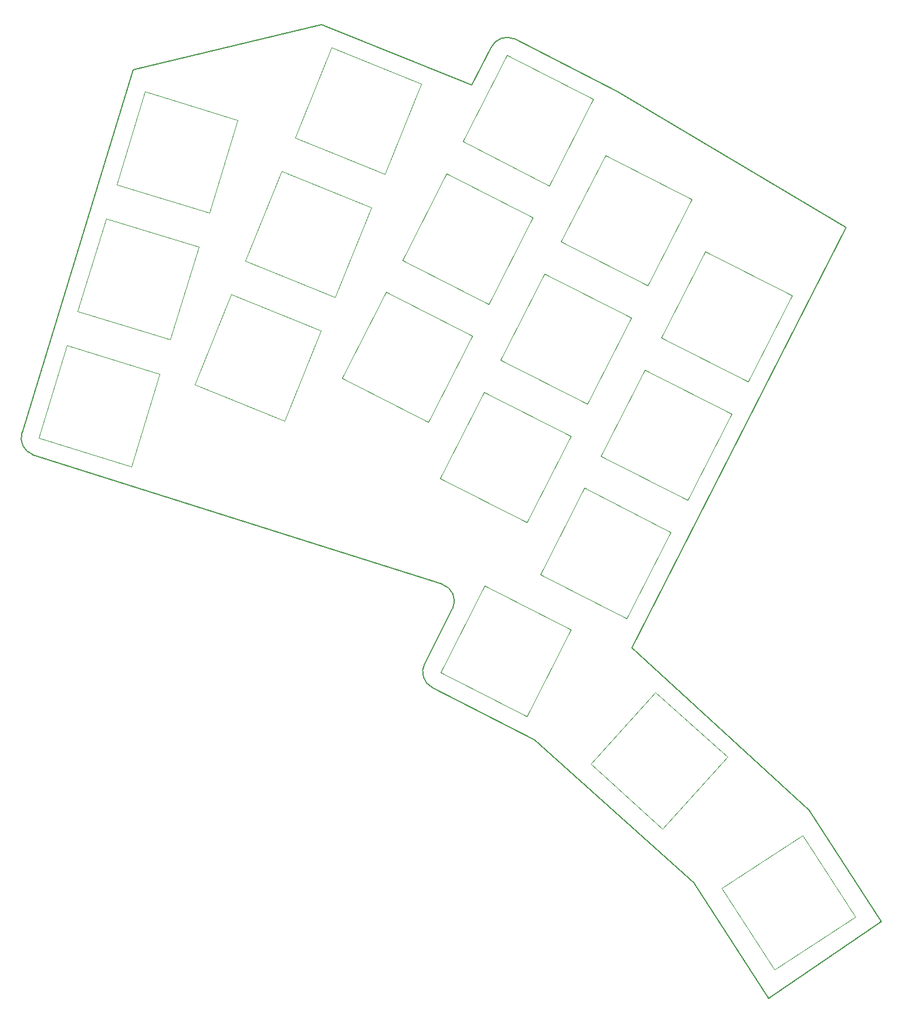
<source format=gbr>
G04 #@! TF.GenerationSoftware,KiCad,Pcbnew,(6.0.7)*
G04 #@! TF.CreationDate,2023-01-10T20:32:19-06:00*
G04 #@! TF.ProjectId,voxcertus-plate,766f7863-6572-4747-9573-2d706c617465,1.7*
G04 #@! TF.SameCoordinates,Original*
G04 #@! TF.FileFunction,Profile,NP*
%FSLAX46Y46*%
G04 Gerber Fmt 4.6, Leading zero omitted, Abs format (unit mm)*
G04 Created by KiCad (PCBNEW (6.0.7)) date 2023-01-10 20:32:19*
%MOMM*%
%LPD*%
G01*
G04 APERTURE LIST*
G04 #@! TA.AperFunction,Profile*
%ADD10C,0.150000*%
G04 #@! TD*
G04 #@! TA.AperFunction,Profile*
%ADD11C,0.100000*%
G04 #@! TD*
G04 APERTURE END LIST*
D10*
X95738840Y-28981553D02*
X68560840Y-35483953D01*
X126464440Y-132261953D02*
X149557240Y-153061953D01*
X52482673Y-87884164D02*
G75*
G03*
X54082840Y-91109953I2412927J-812836D01*
G01*
X149557240Y-153081953D02*
X160246440Y-169589153D01*
X123551829Y-31064379D02*
G75*
G03*
X120173641Y-32308953I-1066829J-2311321D01*
G01*
X68560840Y-35483953D02*
X52482640Y-87884153D01*
X111664640Y-124714152D02*
X126464440Y-132261953D01*
X149557240Y-153061953D02*
X149557240Y-153081953D01*
X160246440Y-169589153D02*
X176467240Y-158511953D01*
X166037240Y-142441953D02*
X140503782Y-118963611D01*
X54082840Y-91109953D02*
X113080468Y-109805725D01*
X95738840Y-28981553D02*
X117365240Y-37718953D01*
X110577908Y-121274735D02*
G75*
G03*
X111664640Y-124714152I2255092J-1178865D01*
G01*
X114620247Y-113352389D02*
X110577867Y-121274713D01*
X123551840Y-31064354D02*
X138334640Y-38608153D01*
X117365240Y-37718953D02*
X120173641Y-32308953D01*
X171390182Y-58283011D02*
X138334640Y-38608153D01*
X176467240Y-158511953D02*
X166037240Y-142441953D01*
X140503782Y-118963611D02*
X171390182Y-58283011D01*
X114620234Y-113352383D02*
G75*
G03*
X113080468Y-109805725I-2301734J1108283D01*
G01*
D11*
X128587568Y-52240769D02*
X116113477Y-45884902D01*
X116113477Y-45884902D02*
X122469344Y-33410810D01*
X122469344Y-33410810D02*
X134943435Y-39766677D01*
X134943435Y-39766677D02*
X128587568Y-52240769D01*
X68243466Y-92815636D02*
X54855199Y-88722432D01*
X54855199Y-88722432D02*
X58948403Y-75334166D01*
X58948403Y-75334166D02*
X72336670Y-79427370D01*
X72336670Y-79427370D02*
X68243466Y-92815636D01*
X157213368Y-80561769D02*
X144739277Y-74205902D01*
X144739277Y-74205902D02*
X151095144Y-61731810D01*
X151095144Y-61731810D02*
X163569235Y-68087677D01*
X163569235Y-68087677D02*
X157213368Y-80561769D01*
X125322224Y-128885758D02*
X112848133Y-122529891D01*
X112848133Y-122529891D02*
X119204000Y-110055799D01*
X119204000Y-110055799D02*
X131678091Y-116411666D01*
X131678091Y-116411666D02*
X125322224Y-128885758D01*
X111137768Y-86429169D02*
X98663677Y-80073302D01*
X98663677Y-80073302D02*
X105019544Y-67599210D01*
X105019544Y-67599210D02*
X117493635Y-73955077D01*
X117493635Y-73955077D02*
X111137768Y-86429169D01*
X119849968Y-69360369D02*
X107375877Y-63004502D01*
X107375877Y-63004502D02*
X113731744Y-50530410D01*
X113731744Y-50530410D02*
X126205835Y-56886277D01*
X126205835Y-56886277D02*
X119849968Y-69360369D01*
X73889588Y-74502724D02*
X60501321Y-70409520D01*
X60501321Y-70409520D02*
X64594525Y-57021254D01*
X64594525Y-57021254D02*
X77982792Y-61114458D01*
X77982792Y-61114458D02*
X73889588Y-74502724D01*
X125310968Y-100881769D02*
X112836877Y-94525902D01*
X112836877Y-94525902D02*
X119192744Y-82051810D01*
X119192744Y-82051810D02*
X131666835Y-88407677D01*
X131666835Y-88407677D02*
X125310968Y-100881769D01*
X134023168Y-83787569D02*
X121549077Y-77431702D01*
X121549077Y-77431702D02*
X127904944Y-64957610D01*
X127904944Y-64957610D02*
X140379035Y-71313477D01*
X140379035Y-71313477D02*
X134023168Y-83787569D01*
X104843498Y-50556659D02*
X91862924Y-45312167D01*
X91862924Y-45312167D02*
X97107416Y-32331593D01*
X97107416Y-32331593D02*
X110087990Y-37576085D01*
X110087990Y-37576085D02*
X104843498Y-50556659D01*
X79528388Y-56163924D02*
X66140121Y-52070720D01*
X66140121Y-52070720D02*
X70233325Y-38682454D01*
X70233325Y-38682454D02*
X83621592Y-42775658D01*
X83621592Y-42775658D02*
X79528388Y-56163924D01*
X142760768Y-66693369D02*
X130286677Y-60337502D01*
X130286677Y-60337502D02*
X136642544Y-47863410D01*
X136642544Y-47863410D02*
X149116635Y-54219277D01*
X149116635Y-54219277D02*
X142760768Y-66693369D01*
X90382097Y-86202922D02*
X77401523Y-80958430D01*
X77401523Y-80958430D02*
X82646015Y-67977856D01*
X82646015Y-67977856D02*
X95626589Y-73222348D01*
X95626589Y-73222348D02*
X90382097Y-86202922D01*
X97671897Y-68397522D02*
X84691323Y-63153030D01*
X84691323Y-63153030D02*
X89935815Y-50172456D01*
X89935815Y-50172456D02*
X102916389Y-55416948D01*
X102916389Y-55416948D02*
X97671897Y-68397522D01*
X148501168Y-97655969D02*
X136027077Y-91300102D01*
X136027077Y-91300102D02*
X142382944Y-78826010D01*
X142382944Y-78826010D02*
X154857035Y-85181877D01*
X154857035Y-85181877D02*
X148501168Y-97655969D01*
X161039020Y-165477720D02*
X153414073Y-153736332D01*
X153414073Y-153736332D02*
X165155461Y-146111386D01*
X165155461Y-146111386D02*
X172780408Y-157852774D01*
X172780408Y-157852774D02*
X161039020Y-165477720D01*
X144925340Y-145167881D02*
X134521312Y-135800053D01*
X134521312Y-135800053D02*
X143889140Y-125396025D01*
X143889140Y-125396025D02*
X154293168Y-134763854D01*
X154293168Y-134763854D02*
X144925340Y-145167881D01*
X139738168Y-114750169D02*
X127264077Y-108394302D01*
X127264077Y-108394302D02*
X133619944Y-95920210D01*
X133619944Y-95920210D02*
X146094035Y-102276077D01*
X146094035Y-102276077D02*
X139738168Y-114750169D01*
M02*

</source>
